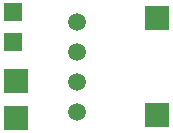
<source format=gbr>
%TF.GenerationSoftware,KiCad,Pcbnew,7.0.1*%
%TF.CreationDate,2023-03-31T16:52:12+01:00*%
%TF.ProjectId,QuectoDrive,51756563-746f-4447-9269-76652e6b6963,rev?*%
%TF.SameCoordinates,Original*%
%TF.FileFunction,Soldermask,Bot*%
%TF.FilePolarity,Negative*%
%FSLAX46Y46*%
G04 Gerber Fmt 4.6, Leading zero omitted, Abs format (unit mm)*
G04 Created by KiCad (PCBNEW 7.0.1) date 2023-03-31 16:52:12*
%MOMM*%
%LPD*%
G01*
G04 APERTURE LIST*
%ADD10C,1.500000*%
%ADD11R,2.000000X2.000000*%
%ADD12R,1.500000X1.500000*%
G04 APERTURE END LIST*
D10*
%TO.C,TP14*%
X97028000Y-85445600D03*
%TD*%
%TO.C,TP13*%
X97028000Y-90525600D03*
%TD*%
%TO.C,TP7*%
X97028000Y-87985600D03*
%TD*%
%TO.C,TP5*%
X97028000Y-82905600D03*
%TD*%
D11*
%TO.C,TP4*%
X91821000Y-91059000D03*
%TD*%
%TO.C,TP15*%
X103759000Y-82550000D03*
%TD*%
%TO.C,TP3*%
X91821000Y-87884000D03*
%TD*%
%TO.C,TP11*%
X103759000Y-90805000D03*
%TD*%
D12*
%TO.C,TP9*%
X91567000Y-82042000D03*
%TD*%
%TO.C,TP8*%
X91567000Y-84582000D03*
%TD*%
M02*

</source>
